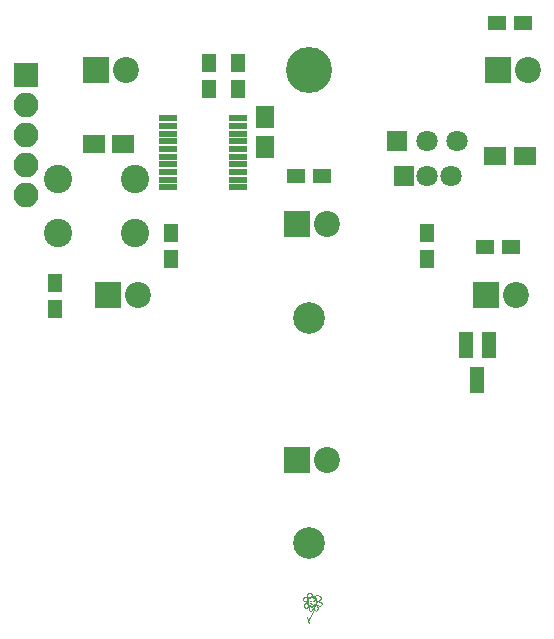
<source format=gbs>
G04 #@! TF.FileFunction,Soldermask,Bot*
%FSLAX46Y46*%
G04 Gerber Fmt 4.6, Leading zero omitted, Abs format (unit mm)*
G04 Created by KiCad (PCBNEW 4.0.6) date Monday, 16 April 2018 'PMt' 13:37:05*
%MOMM*%
%LPD*%
G01*
G04 APERTURE LIST*
%ADD10C,0.100000*%
%ADD11C,0.101600*%
%ADD12C,0.076200*%
%ADD13C,0.150000*%
%ADD14C,0.127000*%
%ADD15R,1.900000X1.650000*%
%ADD16R,1.650000X1.900000*%
%ADD17R,1.300000X1.600000*%
%ADD18R,1.600000X1.300000*%
%ADD19R,1.590000X0.590000*%
%ADD20C,2.686000*%
%ADD21R,2.200000X2.200000*%
%ADD22C,2.200000*%
%ADD23R,1.797000X1.797000*%
%ADD24C,1.797000*%
%ADD25C,2.400000*%
%ADD26R,1.200000X2.300000*%
%ADD27R,2.100000X2.100000*%
%ADD28O,2.100000X2.100000*%
%ADD29C,3.900000*%
G04 APERTURE END LIST*
D10*
D11*
X129990000Y-142820000D02*
X129830000Y-142300000D01*
X129950000Y-142600000D02*
X129990000Y-142820000D01*
X130070000Y-142320000D02*
X129950000Y-142600000D01*
X130290000Y-142020000D02*
X130070000Y-142320000D01*
X130380000Y-141590000D02*
X130290000Y-142020000D01*
X130010000Y-141600000D02*
X130010000Y-141430000D01*
X129990000Y-141700000D02*
X130010000Y-141600000D01*
X130040000Y-141790000D02*
X129990000Y-141700000D01*
X130160000Y-141820000D02*
X130040000Y-141790000D01*
X130280000Y-141690000D02*
X130160000Y-141820000D01*
X130350000Y-141500000D02*
X130280000Y-141690000D01*
X129830000Y-141500000D02*
X129920000Y-141370000D01*
X129700000Y-141530000D02*
X129830000Y-141500000D01*
X129590000Y-141490000D02*
X129700000Y-141530000D01*
X129550000Y-141390000D02*
X129590000Y-141490000D01*
X129550000Y-141250000D02*
X129550000Y-141390000D01*
X129650000Y-141110000D02*
X129550000Y-141250000D01*
X129830000Y-141000000D02*
X129650000Y-141110000D01*
X129730000Y-140970000D02*
X129830000Y-140970000D01*
X129580000Y-140960000D02*
X129730000Y-140970000D01*
X129480000Y-140890000D02*
X129580000Y-140960000D01*
X129500000Y-140740000D02*
X129480000Y-140890000D01*
X129610000Y-140640000D02*
X129500000Y-140740000D01*
X129980000Y-140650000D02*
X129610000Y-140640000D01*
X129860000Y-140520000D02*
X129950000Y-140660000D01*
X129840000Y-140410000D02*
X129860000Y-140520000D01*
X129890000Y-140300000D02*
X129840000Y-140410000D01*
X130060000Y-140270000D02*
X129890000Y-140300000D01*
X130220000Y-140330000D02*
X130060000Y-140270000D01*
X130310000Y-140600000D02*
X130220000Y-140330000D01*
X130410000Y-141510000D02*
X130420000Y-141480000D01*
X130380000Y-141490000D02*
X130410000Y-141510000D01*
X130400000Y-141510000D02*
X130380000Y-141490000D01*
X130420000Y-141620000D02*
X130400000Y-141510000D01*
X130480000Y-141730000D02*
X130420000Y-141620000D01*
X130600000Y-141770000D02*
X130480000Y-141730000D01*
X130710000Y-141730000D02*
X130600000Y-141770000D01*
X130720000Y-141540000D02*
X130710000Y-141730000D01*
X130640000Y-141340000D02*
X130720000Y-141540000D01*
X130910000Y-141380000D02*
X130660000Y-141320000D01*
X131030000Y-141300000D02*
X130910000Y-141380000D01*
X131070000Y-141170000D02*
X131030000Y-141300000D01*
X130980000Y-141020000D02*
X131070000Y-141170000D01*
X130710000Y-140970000D02*
X130980000Y-141020000D01*
X130930000Y-140850000D02*
X130720000Y-140900000D01*
X131040000Y-140680000D02*
X130930000Y-140850000D01*
X130930000Y-140490000D02*
X131040000Y-140680000D01*
X130650000Y-140420000D02*
X130930000Y-140490000D01*
X130380000Y-140560000D02*
X130650000Y-140420000D01*
D12*
X130210000Y-141230000D02*
X130090000Y-141140000D01*
X130340000Y-141240000D02*
X130210000Y-141230000D01*
X130460000Y-141170000D02*
X130340000Y-141240000D01*
D13*
X130441623Y-140950000D02*
G75*
G03X130441623Y-140950000I-31623J0D01*
G01*
D14*
X130680000Y-141030000D02*
G75*
G03X130680000Y-141030000I-410000J0D01*
G01*
D13*
X130161623Y-140950000D02*
G75*
G03X130161623Y-140950000I-31623J0D01*
G01*
D15*
X145750000Y-103250000D03*
X148250000Y-103250000D03*
X114250000Y-102250000D03*
X111750000Y-102250000D03*
D16*
X126250000Y-100000000D03*
X126250000Y-102500000D03*
D17*
X140000000Y-112000000D03*
X140000000Y-109800000D03*
D18*
X131100000Y-105000000D03*
X128900000Y-105000000D03*
D17*
X118300000Y-112000000D03*
X118300000Y-109800000D03*
D18*
X147100000Y-111000000D03*
X144900000Y-111000000D03*
D17*
X121500000Y-95400000D03*
X121500000Y-97600000D03*
D18*
X148100000Y-92000000D03*
X145900000Y-92000000D03*
D19*
X123950000Y-100075000D03*
X123950000Y-100725000D03*
X123950000Y-101375000D03*
X123950000Y-102025000D03*
X123950000Y-102675000D03*
X123950000Y-103325000D03*
X123950000Y-103975000D03*
X123950000Y-104625000D03*
X123950000Y-105275000D03*
X123950000Y-105925000D03*
X118050000Y-105925000D03*
X118050000Y-105275000D03*
X118050000Y-104625000D03*
X118050000Y-103975000D03*
X118050000Y-103325000D03*
X118050000Y-102675000D03*
X118050000Y-102025000D03*
X118050000Y-101375000D03*
X118050000Y-100725000D03*
X118050000Y-100075000D03*
D20*
X130000000Y-117000000D03*
X130000000Y-136000000D03*
D21*
X129000000Y-129000000D03*
D22*
X131540000Y-129000000D03*
D21*
X129000000Y-109000000D03*
D22*
X131540000Y-109000000D03*
D21*
X113000000Y-115000000D03*
D22*
X115540000Y-115000000D03*
D21*
X145000000Y-115000000D03*
D22*
X147540000Y-115000000D03*
D21*
X112000000Y-96000000D03*
D22*
X114540000Y-96000000D03*
D21*
X146000000Y-96000000D03*
D22*
X148540000Y-96000000D03*
D17*
X108500000Y-116200000D03*
X108500000Y-114000000D03*
D23*
X138000000Y-105000000D03*
D24*
X140000000Y-105000000D03*
X142000000Y-105000000D03*
D23*
X137420000Y-102000000D03*
D24*
X139960000Y-102000000D03*
X142500000Y-102000000D03*
D25*
X108750000Y-105250000D03*
X108750000Y-109750000D03*
X115250000Y-105250000D03*
X115250000Y-109750000D03*
D26*
X143300000Y-119250000D03*
X145200000Y-119250000D03*
X144250000Y-122250000D03*
D27*
X106000000Y-96420000D03*
D28*
X106000000Y-98960000D03*
X106000000Y-101500000D03*
X106000000Y-104040000D03*
X106000000Y-106580000D03*
D29*
X130000000Y-96000000D03*
D17*
X124000000Y-97600000D03*
X124000000Y-95400000D03*
M02*

</source>
